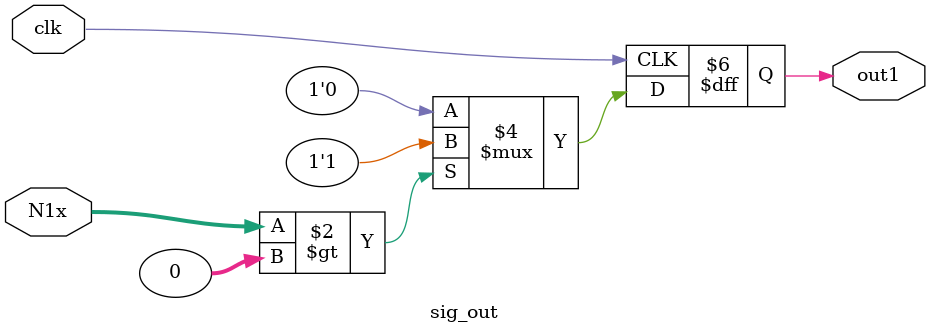
<source format=v>
module sig_out(clk,N1x, out1);
	input clk;
	input [23:0]N1x;
	output reg out1;
	
always@(posedge clk)
	begin
	if(N1x>0)
		begin
		out1<=1;
		end
	else
		begin
		out1<=0;
		end
	end
endmodule
</source>
